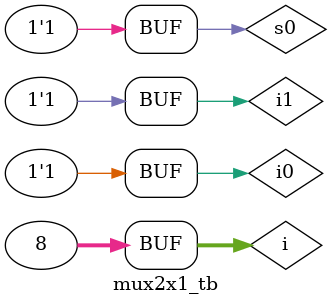
<source format=v>
module mux2x1_tb();
	reg i0,i1,s0;
	wire out;
    integer i;
mux2x1 dut(i0,i1,s0,out);
  initial begin
    for(i=0;i<8;i=i+1)
      begin
        {s0,i0,i1} = i;
        #10;
      end
  end
endmodule
</source>
